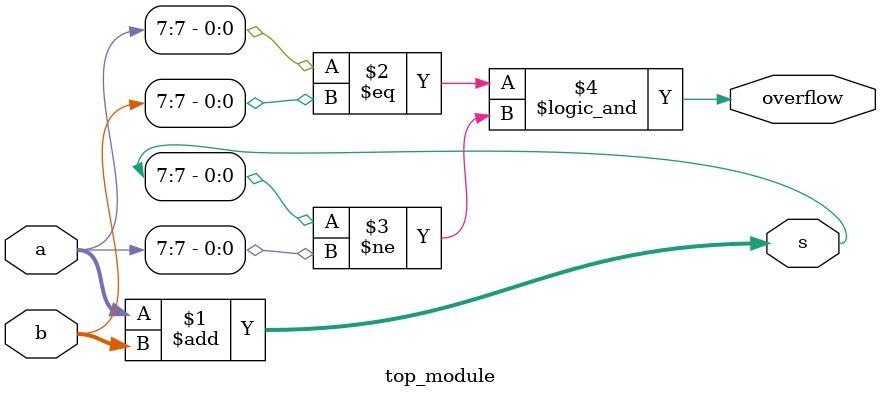
<source format=sv>
module top_module (
	input [7:0] a,
	input [7:0] b,
	output [7:0] s,
	output overflow
);

    // Perform the addition
    assign s = a + b;

    // Calculate the overflow
    // Overflow in twos complement occurs when adding two numbers with the same sign produces a result with a different sign
    assign overflow = ((a[7] == b[7]) && (s[7] != a[7]));

endmodule

</source>
